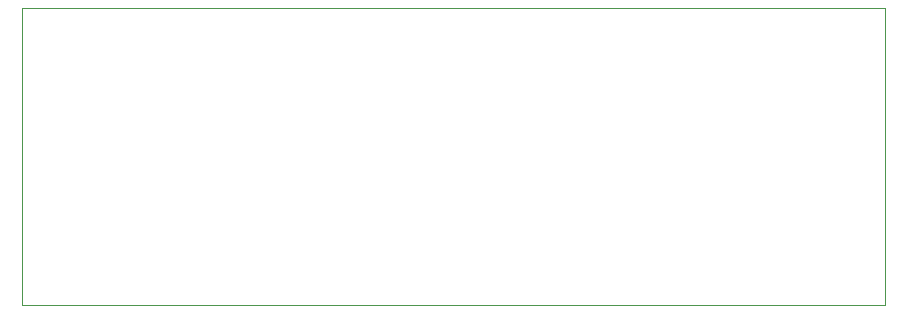
<source format=gbr>
%TF.GenerationSoftware,KiCad,Pcbnew,6.0.4-1.fc36*%
%TF.CreationDate,2022-05-11T18:23:07-07:00*%
%TF.ProjectId,filter,66696c74-6572-42e6-9b69-6361645f7063,rev?*%
%TF.SameCoordinates,Original*%
%TF.FileFunction,Profile,NP*%
%FSLAX46Y46*%
G04 Gerber Fmt 4.6, Leading zero omitted, Abs format (unit mm)*
G04 Created by KiCad (PCBNEW 6.0.4-1.fc36) date 2022-05-11 18:23:07*
%MOMM*%
%LPD*%
G01*
G04 APERTURE LIST*
%TA.AperFunction,Profile*%
%ADD10C,0.100000*%
%TD*%
G04 APERTURE END LIST*
D10*
X116840000Y-61722000D02*
X189865000Y-61722000D01*
X189865000Y-61722000D02*
X189865000Y-86868000D01*
X189865000Y-86868000D02*
X116840000Y-86868000D01*
X116840000Y-86868000D02*
X116840000Y-61722000D01*
M02*

</source>
